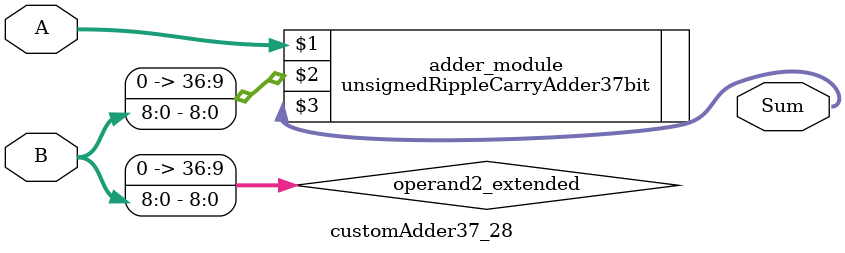
<source format=v>
module customAdder37_28(
                        input [36 : 0] A,
                        input [8 : 0] B,
                        
                        output [37 : 0] Sum
                );

        wire [36 : 0] operand2_extended;
        
        assign operand2_extended =  {28'b0, B};
        
        unsignedRippleCarryAdder37bit adder_module(
            A,
            operand2_extended,
            Sum
        );
        
        endmodule
        
</source>
